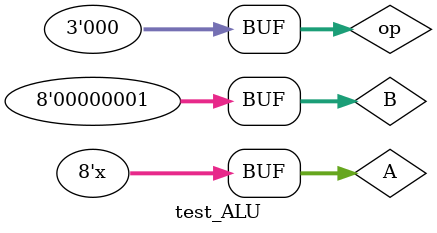
<source format=v>
module test_ALU;

reg[7:0] A, B;
reg[2:0] op;

wire[7:0] result;


ALU tALU(op,A,B,result);

initial begin
	A = 8'b1;
	B = 8'b1;
	op = 3'b000;
end

always #10 A = A + 1'b1;

//initial
//    $monitor(A,,B,,result,,co); 

endmodule 
</source>
